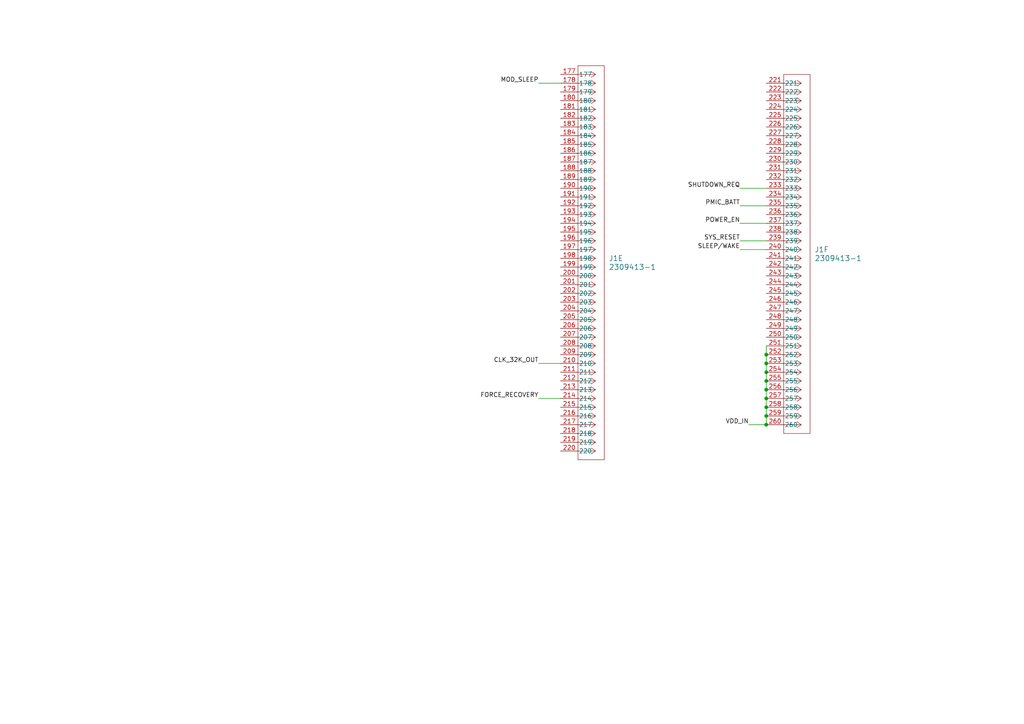
<source format=kicad_sch>
(kicad_sch (version 20231120) (generator "eeschema") (generator_version "8.0")
  (paper "A4")
  (lib_symbols
    (symbol "2309413-1:2309413-1" (pin_names (offset 0.254))
      (property "Reference" "J" (at 8.89 6.35 0))
      (property "Value" "2309413-1" (at 0 0 0))
      (symbol "2309413-1_1_1"
        (pin unspecified line (at 0 0 0) (length 5.08) (name "1") (number "1"))
        (pin unspecified line (at 0 -22.86 0) (length 5.08) (name "10") (number "10"))
        (pin unspecified line (at 0 -25.4 0) (length 5.08) (name "11") (number "11"))
        (pin unspecified line (at 0 -27.94 0) (length 5.08) (name "12") (number "12"))
        (pin unspecified line (at 0 -30.48 0) (length 5.08) (name "13") (number "13"))
        (pin unspecified line (at 0 -33.02 0) (length 5.08) (name "14") (number "14"))
        (pin unspecified line (at 0 -35.56 0) (length 5.08) (name "15") (number "15"))
        (pin unspecified line (at 0 -38.1 0) (length 5.08) (name "16") (number "16"))
        (pin unspecified line (at 0 -40.64 0) (length 5.08) (name "17") (number "17"))
        (pin unspecified line (at 0 -43.18 0) (length 5.08) (name "18") (number "18"))
        (pin unspecified line (at 0 -45.72 0) (length 5.08) (name "19") (number "19"))
        (pin unspecified line (at 0 -2.54 0) (length 5.08) (name "2") (number "2"))
        (pin unspecified line (at 0 -48.26 0) (length 5.08) (name "20") (number "20"))
        (pin unspecified line (at 0 -50.8 0) (length 5.08) (name "21") (number "21"))
        (pin unspecified line (at 0 -53.34 0) (length 5.08) (name "22") (number "22"))
        (pin unspecified line (at 0 -55.88 0) (length 5.08) (name "23") (number "23"))
        (pin unspecified line (at 0 -58.42 0) (length 5.08) (name "24") (number "24"))
        (pin unspecified line (at 0 -60.96 0) (length 5.08) (name "25") (number "25"))
        (pin unspecified line (at 0 -63.5 0) (length 5.08) (name "26") (number "26"))
        (pin unspecified line (at 0 -66.04 0) (length 5.08) (name "27") (number "27"))
        (pin unspecified line (at 0 -68.58 0) (length 5.08) (name "28") (number "28"))
        (pin unspecified line (at 0 -71.12 0) (length 5.08) (name "29") (number "29"))
        (pin unspecified line (at 0 -5.08 0) (length 5.08) (name "3") (number "3"))
        (pin unspecified line (at 0 -73.66 0) (length 5.08) (name "30") (number "30"))
        (pin unspecified line (at 0 -76.2 0) (length 5.08) (name "31") (number "31"))
        (pin unspecified line (at 0 -78.74 0) (length 5.08) (name "32") (number "32"))
        (pin unspecified line (at 0 -81.28 0) (length 5.08) (name "33") (number "33"))
        (pin unspecified line (at 0 -83.82 0) (length 5.08) (name "34") (number "34"))
        (pin unspecified line (at 0 -86.36 0) (length 5.08) (name "35") (number "35"))
        (pin unspecified line (at 0 -88.9 0) (length 5.08) (name "36") (number "36"))
        (pin unspecified line (at 0 -91.44 0) (length 5.08) (name "37") (number "37"))
        (pin unspecified line (at 0 -93.98 0) (length 5.08) (name "38") (number "38"))
        (pin unspecified line (at 0 -96.52 0) (length 5.08) (name "39") (number "39"))
        (pin unspecified line (at 0 -7.62 0) (length 5.08) (name "4") (number "4"))
        (pin unspecified line (at 0 -99.06 0) (length 5.08) (name "40") (number "40"))
        (pin unspecified line (at 0 -101.6 0) (length 5.08) (name "41") (number "41"))
        (pin unspecified line (at 0 -104.14 0) (length 5.08) (name "42") (number "42"))
        (pin unspecified line (at 0 -106.68 0) (length 5.08) (name "43") (number "43"))
        (pin unspecified line (at 0 -109.22 0) (length 5.08) (name "44") (number "44"))
        (pin unspecified line (at 0 -10.16 0) (length 5.08) (name "5") (number "5"))
        (pin unspecified line (at 0 -12.7 0) (length 5.08) (name "6") (number "6"))
        (pin unspecified line (at 0 -15.24 0) (length 5.08) (name "7") (number "7"))
        (pin unspecified line (at 0 -17.78 0) (length 5.08) (name "8") (number "8"))
        (pin unspecified line (at 0 -20.32 0) (length 5.08) (name "9") (number "9"))
      )
      (symbol "2309413-1_1_2"
        (pin unspecified line (at 0 0 0) (length 5.08) (name "1") (number "1"))
        (pin unspecified line (at 0 -22.86 0) (length 5.08) (name "10") (number "10"))
        (pin unspecified line (at 0 -25.4 0) (length 5.08) (name "11") (number "11"))
        (pin unspecified line (at 0 -27.94 0) (length 5.08) (name "12") (number "12"))
        (pin unspecified line (at 0 -30.48 0) (length 5.08) (name "13") (number "13"))
        (pin unspecified line (at 0 -33.02 0) (length 5.08) (name "14") (number "14"))
        (pin unspecified line (at 0 -35.56 0) (length 5.08) (name "15") (number "15"))
        (pin unspecified line (at 0 -38.1 0) (length 5.08) (name "16") (number "16"))
        (pin unspecified line (at 0 -40.64 0) (length 5.08) (name "17") (number "17"))
        (pin unspecified line (at 0 -43.18 0) (length 5.08) (name "18") (number "18"))
        (pin unspecified line (at 0 -45.72 0) (length 5.08) (name "19") (number "19"))
        (pin unspecified line (at 0 -2.54 0) (length 5.08) (name "2") (number "2"))
        (pin unspecified line (at 0 -48.26 0) (length 5.08) (name "20") (number "20"))
        (pin unspecified line (at 0 -50.8 0) (length 5.08) (name "21") (number "21"))
        (pin unspecified line (at 0 -53.34 0) (length 5.08) (name "22") (number "22"))
        (pin unspecified line (at 0 -55.88 0) (length 5.08) (name "23") (number "23"))
        (pin unspecified line (at 0 -58.42 0) (length 5.08) (name "24") (number "24"))
        (pin unspecified line (at 0 -60.96 0) (length 5.08) (name "25") (number "25"))
        (pin unspecified line (at 0 -63.5 0) (length 5.08) (name "26") (number "26"))
        (pin unspecified line (at 0 -66.04 0) (length 5.08) (name "27") (number "27"))
        (pin unspecified line (at 0 -68.58 0) (length 5.08) (name "28") (number "28"))
        (pin unspecified line (at 0 -71.12 0) (length 5.08) (name "29") (number "29"))
        (pin unspecified line (at 0 -5.08 0) (length 5.08) (name "3") (number "3"))
        (pin unspecified line (at 0 -73.66 0) (length 5.08) (name "30") (number "30"))
        (pin unspecified line (at 0 -76.2 0) (length 5.08) (name "31") (number "31"))
        (pin unspecified line (at 0 -78.74 0) (length 5.08) (name "32") (number "32"))
        (pin unspecified line (at 0 -81.28 0) (length 5.08) (name "33") (number "33"))
        (pin unspecified line (at 0 -83.82 0) (length 5.08) (name "34") (number "34"))
        (pin unspecified line (at 0 -86.36 0) (length 5.08) (name "35") (number "35"))
        (pin unspecified line (at 0 -88.9 0) (length 5.08) (name "36") (number "36"))
        (pin unspecified line (at 0 -91.44 0) (length 5.08) (name "37") (number "37"))
        (pin unspecified line (at 0 -93.98 0) (length 5.08) (name "38") (number "38"))
        (pin unspecified line (at 0 -96.52 0) (length 5.08) (name "39") (number "39"))
        (pin unspecified line (at 0 -7.62 0) (length 5.08) (name "4") (number "4"))
        (pin unspecified line (at 0 -99.06 0) (length 5.08) (name "40") (number "40"))
        (pin unspecified line (at 0 -101.6 0) (length 5.08) (name "41") (number "41"))
        (pin unspecified line (at 0 -104.14 0) (length 5.08) (name "42") (number "42"))
        (pin unspecified line (at 0 -106.68 0) (length 5.08) (name "43") (number "43"))
        (pin unspecified line (at 0 -109.22 0) (length 5.08) (name "44") (number "44"))
        (pin unspecified line (at 0 -10.16 0) (length 5.08) (name "5") (number "5"))
        (pin unspecified line (at 0 -12.7 0) (length 5.08) (name "6") (number "6"))
        (pin unspecified line (at 0 -15.24 0) (length 5.08) (name "7") (number "7"))
        (pin unspecified line (at 0 -17.78 0) (length 5.08) (name "8") (number "8"))
        (pin unspecified line (at 0 -20.32 0) (length 5.08) (name "9") (number "9"))
      )
      (symbol "2309413-1_2_1"
        (pin unspecified line (at 0 0 0) (length 5.08) (name "45") (number "45"))
        (pin unspecified line (at 0 -2.54 0) (length 5.08) (name "46") (number "46"))
        (pin unspecified line (at 0 -5.08 0) (length 5.08) (name "47") (number "47"))
        (pin unspecified line (at 0 -7.62 0) (length 5.08) (name "48") (number "48"))
        (pin unspecified line (at 0 -10.16 0) (length 5.08) (name "49") (number "49"))
        (pin unspecified line (at 0 -12.7 0) (length 5.08) (name "50") (number "50"))
        (pin unspecified line (at 0 -15.24 0) (length 5.08) (name "51") (number "51"))
        (pin unspecified line (at 0 -17.78 0) (length 5.08) (name "52") (number "52"))
        (pin unspecified line (at 0 -20.32 0) (length 5.08) (name "53") (number "53"))
        (pin unspecified line (at 0 -22.86 0) (length 5.08) (name "54") (number "54"))
        (pin unspecified line (at 0 -25.4 0) (length 5.08) (name "55") (number "55"))
        (pin unspecified line (at 0 -27.94 0) (length 5.08) (name "56") (number "56"))
        (pin unspecified line (at 0 -30.48 0) (length 5.08) (name "57") (number "57"))
        (pin unspecified line (at 0 -33.02 0) (length 5.08) (name "58") (number "58"))
        (pin unspecified line (at 0 -35.56 0) (length 5.08) (name "59") (number "59"))
        (pin unspecified line (at 0 -38.1 0) (length 5.08) (name "60") (number "60"))
        (pin unspecified line (at 0 -40.64 0) (length 5.08) (name "61") (number "61"))
        (pin unspecified line (at 0 -43.18 0) (length 5.08) (name "62") (number "62"))
        (pin unspecified line (at 0 -45.72 0) (length 5.08) (name "63") (number "63"))
        (pin unspecified line (at 0 -48.26 0) (length 5.08) (name "64") (number "64"))
        (pin unspecified line (at 0 -50.8 0) (length 5.08) (name "65") (number "65"))
        (pin unspecified line (at 0 -53.34 0) (length 5.08) (name "66") (number "66"))
        (pin unspecified line (at 0 -55.88 0) (length 5.08) (name "67") (number "67"))
        (pin unspecified line (at 0 -58.42 0) (length 5.08) (name "68") (number "68"))
        (pin unspecified line (at 0 -60.96 0) (length 5.08) (name "69") (number "69"))
        (pin unspecified line (at 0 -63.5 0) (length 5.08) (name "70") (number "70"))
        (pin unspecified line (at 0 -66.04 0) (length 5.08) (name "71") (number "71"))
        (pin unspecified line (at 0 -68.58 0) (length 5.08) (name "72") (number "72"))
        (pin unspecified line (at 0 -71.12 0) (length 5.08) (name "73") (number "73"))
        (pin unspecified line (at 0 -73.66 0) (length 5.08) (name "74") (number "74"))
        (pin unspecified line (at 0 -76.2 0) (length 5.08) (name "75") (number "75"))
        (pin unspecified line (at 0 -78.74 0) (length 5.08) (name "76") (number "76"))
        (pin unspecified line (at 0 -81.28 0) (length 5.08) (name "77") (number "77"))
        (pin unspecified line (at 0 -83.82 0) (length 5.08) (name "78") (number "78"))
        (pin unspecified line (at 0 -86.36 0) (length 5.08) (name "79") (number "79"))
        (pin unspecified line (at 0 -88.9 0) (length 5.08) (name "80") (number "80"))
        (pin unspecified line (at 0 -91.44 0) (length 5.08) (name "81") (number "81"))
        (pin unspecified line (at 0 -93.98 0) (length 5.08) (name "82") (number "82"))
        (pin unspecified line (at 0 -96.52 0) (length 5.08) (name "83") (number "83"))
        (pin unspecified line (at 0 -99.06 0) (length 5.08) (name "84") (number "84"))
        (pin unspecified line (at 0 -101.6 0) (length 5.08) (name "85") (number "85"))
        (pin unspecified line (at 0 -104.14 0) (length 5.08) (name "86") (number "86"))
        (pin unspecified line (at 0 -106.68 0) (length 5.08) (name "87") (number "87"))
        (pin unspecified line (at 0 -109.22 0) (length 5.08) (name "88") (number "88"))
      )
      (symbol "2309413-1_2_2"
        (pin unspecified line (at 0 0 0) (length 5.08) (name "45") (number "45"))
        (pin unspecified line (at 0 -2.54 0) (length 5.08) (name "46") (number "46"))
        (pin unspecified line (at 0 -5.08 0) (length 5.08) (name "47") (number "47"))
        (pin unspecified line (at 0 -7.62 0) (length 5.08) (name "48") (number "48"))
        (pin unspecified line (at 0 -10.16 0) (length 5.08) (name "49") (number "49"))
        (pin unspecified line (at 0 -12.7 0) (length 5.08) (name "50") (number "50"))
        (pin unspecified line (at 0 -15.24 0) (length 5.08) (name "51") (number "51"))
        (pin unspecified line (at 0 -17.78 0) (length 5.08) (name "52") (number "52"))
        (pin unspecified line (at 0 -20.32 0) (length 5.08) (name "53") (number "53"))
        (pin unspecified line (at 0 -22.86 0) (length 5.08) (name "54") (number "54"))
        (pin unspecified line (at 0 -25.4 0) (length 5.08) (name "55") (number "55"))
        (pin unspecified line (at 0 -27.94 0) (length 5.08) (name "56") (number "56"))
        (pin unspecified line (at 0 -30.48 0) (length 5.08) (name "57") (number "57"))
        (pin unspecified line (at 0 -33.02 0) (length 5.08) (name "58") (number "58"))
        (pin unspecified line (at 0 -35.56 0) (length 5.08) (name "59") (number "59"))
        (pin unspecified line (at 0 -38.1 0) (length 5.08) (name "60") (number "60"))
        (pin unspecified line (at 0 -40.64 0) (length 5.08) (name "61") (number "61"))
        (pin unspecified line (at 0 -43.18 0) (length 5.08) (name "62") (number "62"))
        (pin unspecified line (at 0 -45.72 0) (length 5.08) (name "63") (number "63"))
        (pin unspecified line (at 0 -48.26 0) (length 5.08) (name "64") (number "64"))
        (pin unspecified line (at 0 -50.8 0) (length 5.08) (name "65") (number "65"))
        (pin unspecified line (at 0 -53.34 0) (length 5.08) (name "66") (number "66"))
        (pin unspecified line (at 0 -55.88 0) (length 5.08) (name "67") (number "67"))
        (pin unspecified line (at 0 -58.42 0) (length 5.08) (name "68") (number "68"))
        (pin unspecified line (at 0 -60.96 0) (length 5.08) (name "69") (number "69"))
        (pin unspecified line (at 0 -63.5 0) (length 5.08) (name "70") (number "70"))
        (pin unspecified line (at 0 -66.04 0) (length 5.08) (name "71") (number "71"))
        (pin unspecified line (at 0 -68.58 0) (length 5.08) (name "72") (number "72"))
        (pin unspecified line (at 0 -71.12 0) (length 5.08) (name "73") (number "73"))
        (pin unspecified line (at 0 -73.66 0) (length 5.08) (name "74") (number "74"))
        (pin unspecified line (at 0 -76.2 0) (length 5.08) (name "75") (number "75"))
        (pin unspecified line (at 0 -78.74 0) (length 5.08) (name "76") (number "76"))
        (pin unspecified line (at 0 -81.28 0) (length 5.08) (name "77") (number "77"))
        (pin unspecified line (at 0 -83.82 0) (length 5.08) (name "78") (number "78"))
        (pin unspecified line (at 0 -86.36 0) (length 5.08) (name "79") (number "79"))
        (pin unspecified line (at 0 -88.9 0) (length 5.08) (name "80") (number "80"))
        (pin unspecified line (at 0 -91.44 0) (length 5.08) (name "81") (number "81"))
        (pin unspecified line (at 0 -93.98 0) (length 5.08) (name "82") (number "82"))
        (pin unspecified line (at 0 -96.52 0) (length 5.08) (name "83") (number "83"))
        (pin unspecified line (at 0 -99.06 0) (length 5.08) (name "84") (number "84"))
        (pin unspecified line (at 0 -101.6 0) (length 5.08) (name "85") (number "85"))
        (pin unspecified line (at 0 -104.14 0) (length 5.08) (name "86") (number "86"))
        (pin unspecified line (at 0 -106.68 0) (length 5.08) (name "87") (number "87"))
        (pin unspecified line (at 0 -109.22 0) (length 5.08) (name "88") (number "88"))
      )
      (symbol "2309413-1_3_1"
        (pin unspecified line (at 0 -27.94 0) (length 5.08) (name "100") (number "100"))
        (pin unspecified line (at 0 -30.48 0) (length 5.08) (name "101") (number "101"))
        (pin unspecified line (at 0 -33.02 0) (length 5.08) (name "102") (number "102"))
        (pin unspecified line (at 0 -35.56 0) (length 5.08) (name "103") (number "103"))
        (pin unspecified line (at 0 -38.1 0) (length 5.08) (name "104") (number "104"))
        (pin unspecified line (at 0 -40.64 0) (length 5.08) (name "105") (number "105"))
        (pin unspecified line (at 0 -43.18 0) (length 5.08) (name "106") (number "106"))
        (pin unspecified line (at 0 -45.72 0) (length 5.08) (name "107") (number "107"))
        (pin unspecified line (at 0 -48.26 0) (length 5.08) (name "108") (number "108"))
        (pin unspecified line (at 0 -50.8 0) (length 5.08) (name "109") (number "109"))
        (pin unspecified line (at 0 -53.34 0) (length 5.08) (name "110") (number "110"))
        (pin unspecified line (at 0 -55.88 0) (length 5.08) (name "111") (number "111"))
        (pin unspecified line (at 0 -58.42 0) (length 5.08) (name "112") (number "112"))
        (pin unspecified line (at 0 -60.96 0) (length 5.08) (name "113") (number "113"))
        (pin unspecified line (at 0 -63.5 0) (length 5.08) (name "114") (number "114"))
        (pin unspecified line (at 0 -66.04 0) (length 5.08) (name "115") (number "115"))
        (pin unspecified line (at 0 -68.58 0) (length 5.08) (name "116") (number "116"))
        (pin unspecified line (at 0 -71.12 0) (length 5.08) (name "117") (number "117"))
        (pin unspecified line (at 0 -73.66 0) (length 5.08) (name "118") (number "118"))
        (pin unspecified line (at 0 -76.2 0) (length 5.08) (name "119") (number "119"))
        (pin unspecified line (at 0 -78.74 0) (length 5.08) (name "120") (number "120"))
        (pin unspecified line (at 0 -81.28 0) (length 5.08) (name "121") (number "121"))
        (pin unspecified line (at 0 -83.82 0) (length 5.08) (name "122") (number "122"))
        (pin unspecified line (at 0 -86.36 0) (length 5.08) (name "123") (number "123"))
        (pin unspecified line (at 0 -88.9 0) (length 5.08) (name "124") (number "124"))
        (pin unspecified line (at 0 -91.44 0) (length 5.08) (name "125") (number "125"))
        (pin unspecified line (at 0 -93.98 0) (length 5.08) (name "126") (number "126"))
        (pin unspecified line (at 0 -96.52 0) (length 5.08) (name "127") (number "127"))
        (pin unspecified line (at 0 -99.06 0) (length 5.08) (name "128") (number "128"))
        (pin unspecified line (at 0 -101.6 0) (length 5.08) (name "129") (number "129"))
        (pin unspecified line (at 0 -104.14 0) (length 5.08) (name "130") (number "130"))
        (pin unspecified line (at 0 -106.68 0) (length 5.08) (name "131") (number "131"))
        (pin unspecified line (at 0 -109.22 0) (length 5.08) (name "132") (number "132"))
        (pin unspecified line (at 0 0 0) (length 5.08) (name "89") (number "89"))
        (pin unspecified line (at 0 -2.54 0) (length 5.08) (name "90") (number "90"))
        (pin unspecified line (at 0 -5.08 0) (length 5.08) (name "91") (number "91"))
        (pin unspecified line (at 0 -7.62 0) (length 5.08) (name "92") (number "92"))
        (pin unspecified line (at 0 -10.16 0) (length 5.08) (name "93") (number "93"))
        (pin unspecified line (at 0 -12.7 0) (length 5.08) (name "94") (number "94"))
        (pin unspecified line (at 0 -15.24 0) (length 5.08) (name "95") (number "95"))
        (pin unspecified line (at 0 -17.78 0) (length 5.08) (name "96") (number "96"))
        (pin unspecified line (at 0 -20.32 0) (length 5.08) (name "97") (number "97"))
        (pin unspecified line (at 0 -22.86 0) (length 5.08) (name "98") (number "98"))
        (pin unspecified line (at 0 -25.4 0) (length 5.08) (name "99") (number "99"))
      )
      (symbol "2309413-1_3_2"
        (pin unspecified line (at 0 -27.94 0) (length 5.08) (name "100") (number "100"))
        (pin unspecified line (at 0 -30.48 0) (length 5.08) (name "101") (number "101"))
        (pin unspecified line (at 0 -33.02 0) (length 5.08) (name "102") (number "102"))
        (pin unspecified line (at 0 -35.56 0) (length 5.08) (name "103") (number "103"))
        (pin unspecified line (at 0 -38.1 0) (length 5.08) (name "104") (number "104"))
        (pin unspecified line (at 0 -40.64 0) (length 5.08) (name "105") (number "105"))
        (pin unspecified line (at 0 -43.18 0) (length 5.08) (name "106") (number "106"))
        (pin unspecified line (at 0 -45.72 0) (length 5.08) (name "107") (number "107"))
        (pin unspecified line (at 0 -48.26 0) (length 5.08) (name "108") (number "108"))
        (pin unspecified line (at 0 -50.8 0) (length 5.08) (name "109") (number "109"))
        (pin unspecified line (at 0 -53.34 0) (length 5.08) (name "110") (number "110"))
        (pin unspecified line (at 0 -55.88 0) (length 5.08) (name "111") (number "111"))
        (pin unspecified line (at 0 -58.42 0) (length 5.08) (name "112") (number "112"))
        (pin unspecified line (at 0 -60.96 0) (length 5.08) (name "113") (number "113"))
        (pin unspecified line (at 0 -63.5 0) (length 5.08) (name "114") (number "114"))
        (pin unspecified line (at 0 -66.04 0) (length 5.08) (name "115") (number "115"))
        (pin unspecified line (at 0 -68.58 0) (length 5.08) (name "116") (number "116"))
        (pin unspecified line (at 0 -71.12 0) (length 5.08) (name "117") (number "117"))
        (pin unspecified line (at 0 -73.66 0) (length 5.08) (name "118") (number "118"))
        (pin unspecified line (at 0 -76.2 0) (length 5.08) (name "119") (number "119"))
        (pin unspecified line (at 0 -78.74 0) (length 5.08) (name "120") (number "120"))
        (pin unspecified line (at 0 -81.28 0) (length 5.08) (name "121") (number "121"))
        (pin unspecified line (at 0 -83.82 0) (length 5.08) (name "122") (number "122"))
        (pin unspecified line (at 0 -86.36 0) (length 5.08) (name "123") (number "123"))
        (pin unspecified line (at 0 -88.9 0) (length 5.08) (name "124") (number "124"))
        (pin unspecified line (at 0 -91.44 0) (length 5.08) (name "125") (number "125"))
        (pin unspecified line (at 0 -93.98 0) (length 5.08) (name "126") (number "126"))
        (pin unspecified line (at 0 -96.52 0) (length 5.08) (name "127") (number "127"))
        (pin unspecified line (at 0 -99.06 0) (length 5.08) (name "128") (number "128"))
        (pin unspecified line (at 0 -101.6 0) (length 5.08) (name "129") (number "129"))
        (pin unspecified line (at 0 -104.14 0) (length 5.08) (name "130") (number "130"))
        (pin unspecified line (at 0 -106.68 0) (length 5.08) (name "131") (number "131"))
        (pin unspecified line (at 0 -109.22 0) (length 5.08) (name "132") (number "132"))
        (pin unspecified line (at 0 0 0) (length 5.08) (name "89") (number "89"))
        (pin unspecified line (at 0 -2.54 0) (length 5.08) (name "90") (number "90"))
        (pin unspecified line (at 0 -5.08 0) (length 5.08) (name "91") (number "91"))
        (pin unspecified line (at 0 -7.62 0) (length 5.08) (name "92") (number "92"))
        (pin unspecified line (at 0 -10.16 0) (length 5.08) (name "93") (number "93"))
        (pin unspecified line (at 0 -12.7 0) (length 5.08) (name "94") (number "94"))
        (pin unspecified line (at 0 -15.24 0) (length 5.08) (name "95") (number "95"))
        (pin unspecified line (at 0 -17.78 0) (length 5.08) (name "96") (number "96"))
        (pin unspecified line (at 0 -20.32 0) (length 5.08) (name "97") (number "97"))
        (pin unspecified line (at 0 -22.86 0) (length 5.08) (name "98") (number "98"))
        (pin unspecified line (at 0 -25.4 0) (length 5.08) (name "99") (number "99"))
      )
      (symbol "2309413-1_4_1"
        (pin unspecified line (at 0 0 0) (length 5.08) (name "133") (number "133"))
        (pin unspecified line (at 0 -2.54 0) (length 5.08) (name "134") (number "134"))
        (pin unspecified line (at 0 -5.08 0) (length 5.08) (name "135") (number "135"))
        (pin unspecified line (at 0 -7.62 0) (length 5.08) (name "136") (number "136"))
        (pin unspecified line (at 0 -10.16 0) (length 5.08) (name "137") (number "137"))
        (pin unspecified line (at 0 -12.7 0) (length 5.08) (name "138") (number "138"))
        (pin unspecified line (at 0 -15.24 0) (length 5.08) (name "139") (number "139"))
        (pin unspecified line (at 0 -17.78 0) (length 5.08) (name "140") (number "140"))
        (pin unspecified line (at 0 -20.32 0) (length 5.08) (name "141") (number "141"))
        (pin unspecified line (at 0 -22.86 0) (length 5.08) (name "142") (number "142"))
        (pin unspecified line (at 0 -25.4 0) (length 5.08) (name "143") (number "143"))
        (pin unspecified line (at 0 -27.94 0) (length 5.08) (name "144") (number "144"))
        (pin unspecified line (at 0 -30.48 0) (length 5.08) (name "145") (number "145"))
        (pin unspecified line (at 0 -33.02 0) (length 5.08) (name "146") (number "146"))
        (pin unspecified line (at 0 -35.56 0) (length 5.08) (name "147") (number "147"))
        (pin unspecified line (at 0 -38.1 0) (length 5.08) (name "148") (number "148"))
        (pin unspecified line (at 0 -40.64 0) (length 5.08) (name "149") (number "149"))
        (pin unspecified line (at 0 -43.18 0) (length 5.08) (name "150") (number "150"))
        (pin unspecified line (at 0 -45.72 0) (length 5.08) (name "151") (number "151"))
        (pin unspecified line (at 0 -48.26 0) (length 5.08) (name "152") (number "152"))
        (pin unspecified line (at 0 -50.8 0) (length 5.08) (name "153") (number "153"))
        (pin unspecified line (at 0 -53.34 0) (length 5.08) (name "154") (number "154"))
        (pin unspecified line (at 0 -55.88 0) (length 5.08) (name "155") (number "155"))
        (pin unspecified line (at 0 -58.42 0) (length 5.08) (name "156") (number "156"))
        (pin unspecified line (at 0 -60.96 0) (length 5.08) (name "157") (number "157"))
        (pin unspecified line (at 0 -63.5 0) (length 5.08) (name "158") (number "158"))
        (pin unspecified line (at 0 -66.04 0) (length 5.08) (name "159") (number "159"))
        (pin unspecified line (at 0 -68.58 0) (length 5.08) (name "160") (number "160"))
        (pin unspecified line (at 0 -71.12 0) (length 5.08) (name "161") (number "161"))
        (pin unspecified line (at 0 -73.66 0) (length 5.08) (name "162") (number "162"))
        (pin unspecified line (at 0 -76.2 0) (length 5.08) (name "163") (number "163"))
        (pin unspecified line (at 0 -78.74 0) (length 5.08) (name "164") (number "164"))
        (pin unspecified line (at 0 -81.28 0) (length 5.08) (name "165") (number "165"))
        (pin unspecified line (at 0 -83.82 0) (length 5.08) (name "166") (number "166"))
        (pin unspecified line (at 0 -86.36 0) (length 5.08) (name "167") (number "167"))
        (pin unspecified line (at 0 -88.9 0) (length 5.08) (name "168") (number "168"))
        (pin unspecified line (at 0 -91.44 0) (length 5.08) (name "169") (number "169"))
        (pin unspecified line (at 0 -93.98 0) (length 5.08) (name "170") (number "170"))
        (pin unspecified line (at 0 -96.52 0) (length 5.08) (name "171") (number "171"))
        (pin unspecified line (at 0 -99.06 0) (length 5.08) (name "172") (number "172"))
        (pin unspecified line (at 0 -101.6 0) (length 5.08) (name "173") (number "173"))
        (pin unspecified line (at 0 -104.14 0) (length 5.08) (name "174") (number "174"))
        (pin unspecified line (at 0 -106.68 0) (length 5.08) (name "175") (number "175"))
        (pin unspecified line (at 0 -109.22 0) (length 5.08) (name "176") (number "176"))
      )
      (symbol "2309413-1_4_2"
        (pin unspecified line (at 0 0 0) (length 5.08) (name "133") (number "133"))
        (pin unspecified line (at 0 -2.54 0) (length 5.08) (name "134") (number "134"))
        (pin unspecified line (at 0 -5.08 0) (length 5.08) (name "135") (number "135"))
        (pin unspecified line (at 0 -7.62 0) (length 5.08) (name "136") (number "136"))
        (pin unspecified line (at 0 -10.16 0) (length 5.08) (name "137") (number "137"))
        (pin unspecified line (at 0 -12.7 0) (length 5.08) (name "138") (number "138"))
        (pin unspecified line (at 0 -15.24 0) (length 5.08) (name "139") (number "139"))
        (pin unspecified line (at 0 -17.78 0) (length 5.08) (name "140") (number "140"))
        (pin unspecified line (at 0 -20.32 0) (length 5.08) (name "141") (number "141"))
        (pin unspecified line (at 0 -22.86 0) (length 5.08) (name "142") (number "142"))
        (pin unspecified line (at 0 -25.4 0) (length 5.08) (name "143") (number "143"))
        (pin unspecified line (at 0 -27.94 0) (length 5.08) (name "144") (number "144"))
        (pin unspecified line (at 0 -30.48 0) (length 5.08) (name "145") (number "145"))
        (pin unspecified line (at 0 -33.02 0) (length 5.08) (name "146") (number "146"))
        (pin unspecified line (at 0 -35.56 0) (length 5.08) (name "147") (number "147"))
        (pin unspecified line (at 0 -38.1 0) (length 5.08) (name "148") (number "148"))
        (pin unspecified line (at 0 -40.64 0) (length 5.08) (name "149") (number "149"))
        (pin unspecified line (at 0 -43.18 0) (length 5.08) (name "150") (number "150"))
        (pin unspecified line (at 0 -45.72 0) (length 5.08) (name "151") (number "151"))
        (pin unspecified line (at 0 -48.26 0) (length 5.08) (name "152") (number "152"))
        (pin unspecified line (at 0 -50.8 0) (length 5.08) (name "153") (number "153"))
        (pin unspecified line (at 0 -53.34 0) (length 5.08) (name "154") (number "154"))
        (pin unspecified line (at 0 -55.88 0) (length 5.08) (name "155") (number "155"))
        (pin unspecified line (at 0 -58.42 0) (length 5.08) (name "156") (number "156"))
        (pin unspecified line (at 0 -60.96 0) (length 5.08) (name "157") (number "157"))
        (pin unspecified line (at 0 -63.5 0) (length 5.08) (name "158") (number "158"))
        (pin unspecified line (at 0 -66.04 0) (length 5.08) (name "159") (number "159"))
        (pin unspecified line (at 0 -68.58 0) (length 5.08) (name "160") (number "160"))
        (pin unspecified line (at 0 -71.12 0) (length 5.08) (name "161") (number "161"))
        (pin unspecified line (at 0 -73.66 0) (length 5.08) (name "162") (number "162"))
        (pin unspecified line (at 0 -76.2 0) (length 5.08) (name "163") (number "163"))
        (pin unspecified line (at 0 -78.74 0) (length 5.08) (name "164") (number "164"))
        (pin unspecified line (at 0 -81.28 0) (length 5.08) (name "165") (number "165"))
        (pin unspecified line (at 0 -83.82 0) (length 5.08) (name "166") (number "166"))
        (pin unspecified line (at 0 -86.36 0) (length 5.08) (name "167") (number "167"))
        (pin unspecified line (at 0 -88.9 0) (length 5.08) (name "168") (number "168"))
        (pin unspecified line (at 0 -91.44 0) (length 5.08) (name "169") (number "169"))
        (pin unspecified line (at 0 -93.98 0) (length 5.08) (name "170") (number "170"))
        (pin unspecified line (at 0 -96.52 0) (length 5.08) (name "171") (number "171"))
        (pin unspecified line (at 0 -99.06 0) (length 5.08) (name "172") (number "172"))
        (pin unspecified line (at 0 -101.6 0) (length 5.08) (name "173") (number "173"))
        (pin unspecified line (at 0 -104.14 0) (length 5.08) (name "174") (number "174"))
        (pin unspecified line (at 0 -106.68 0) (length 5.08) (name "175") (number "175"))
        (pin unspecified line (at 0 -109.22 0) (length 5.08) (name "176") (number "176"))
      )
      (symbol "2309413-1_5_1"
        (pin unspecified line (at 0 0 0) (length 5.08) (name "177") (number "177"))
        (pin unspecified line (at 0 -2.54 0) (length 5.08) (name "178") (number "178"))
        (pin unspecified line (at 0 -5.08 0) (length 5.08) (name "179") (number "179"))
        (pin unspecified line (at 0 -7.62 0) (length 5.08) (name "180") (number "180"))
        (pin unspecified line (at 0 -10.16 0) (length 5.08) (name "181") (number "181"))
        (pin unspecified line (at 0 -12.7 0) (length 5.08) (name "182") (number "182"))
        (pin unspecified line (at 0 -15.24 0) (length 5.08) (name "183") (number "183"))
        (pin unspecified line (at 0 -17.78 0) (length 5.08) (name "184") (number "184"))
        (pin unspecified line (at 0 -20.32 0) (length 5.08) (name "185") (number "185"))
        (pin unspecified line (at 0 -22.86 0) (length 5.08) (name "186") (number "186"))
        (pin unspecified line (at 0 -25.4 0) (length 5.08) (name "187") (number "187"))
        (pin unspecified line (at 0 -27.94 0) (length 5.08) (name "188") (number "188"))
        (pin unspecified line (at 0 -30.48 0) (length 5.08) (name "189") (number "189"))
        (pin unspecified line (at 0 -33.02 0) (length 5.08) (name "190") (number "190"))
        (pin unspecified line (at 0 -35.56 0) (length 5.08) (name "191") (number "191"))
        (pin unspecified line (at 0 -38.1 0) (length 5.08) (name "192") (number "192"))
        (pin unspecified line (at 0 -40.64 0) (length 5.08) (name "193") (number "193"))
        (pin unspecified line (at 0 -43.18 0) (length 5.08) (name "194") (number "194"))
        (pin unspecified line (at 0 -45.72 0) (length 5.08) (name "195") (number "195"))
        (pin unspecified line (at 0 -48.26 0) (length 5.08) (name "196") (number "196"))
        (pin unspecified line (at 0 -50.8 0) (length 5.08) (name "197") (number "197"))
        (pin unspecified line (at 0 -53.34 0) (length 5.08) (name "198") (number "198"))
        (pin unspecified line (at 0 -55.88 0) (length 5.08) (name "199") (number "199"))
        (pin unspecified line (at 0 -58.42 0) (length 5.08) (name "200") (number "200"))
        (pin unspecified line (at 0 -60.96 0) (length 5.08) (name "201") (number "201"))
        (pin unspecified line (at 0 -63.5 0) (length 5.08) (name "202") (number "202"))
        (pin unspecified line (at 0 -66.04 0) (length 5.08) (name "203") (number "203"))
        (pin unspecified line (at 0 -68.58 0) (length 5.08) (name "204") (number "204"))
        (pin unspecified line (at 0 -71.12 0) (length 5.08) (name "205") (number "205"))
        (pin unspecified line (at 0 -73.66 0) (length 5.08) (name "206") (number "206"))
        (pin unspecified line (at 0 -76.2 0) (length 5.08) (name "207") (number "207"))
        (pin unspecified line (at 0 -78.74 0) (length 5.08) (name "208") (number "208"))
        (pin unspecified line (at 0 -81.28 0) (length 5.08) (name "209") (number "209"))
        (pin unspecified line (at 0 -83.82 0) (length 5.08) (name "210") (number "210"))
        (pin unspecified line (at 0 -86.36 0) (length 5.08) (name "211") (number "211"))
        (pin unspecified line (at 0 -88.9 0) (length 5.08) (name "212") (number "212"))
        (pin unspecified line (at 0 -91.44 0) (length 5.08) (name "213") (number "213"))
        (pin unspecified line (at 0 -93.98 0) (length 5.08) (name "214") (number "214"))
        (pin unspecified line (at 0 -96.52 0) (length 5.08) (name "215") (number "215"))
        (pin unspecified line (at 0 -99.06 0) (length 5.08) (name "216") (number "216"))
        (pin unspecified line (at 0 -101.6 0) (length 5.08) (name "217") (number "217"))
        (pin unspecified line (at 0 -104.14 0) (length 5.08) (name "218") (number "218"))
        (pin unspecified line (at 0 -106.68 0) (length 5.08) (name "219") (number "219"))
        (pin unspecified line (at 0 -109.22 0) (length 5.08) (name "220") (number "220"))
      )
      (symbol "2309413-1_5_2"
        (pin unspecified line (at 0 0 0) (length 5.08) (name "177") (number "177"))
        (pin unspecified line (at 0 -2.54 0) (length 5.08) (name "178") (number "178"))
        (pin unspecified line (at 0 -5.08 0) (length 5.08) (name "179") (number "179"))
        (pin unspecified line (at 0 -7.62 0) (length 5.08) (name "180") (number "180"))
        (pin unspecified line (at 0 -10.16 0) (length 5.08) (name "181") (number "181"))
        (pin unspecified line (at 0 -12.7 0) (length 5.08) (name "182") (number "182"))
        (pin unspecified line (at 0 -15.24 0) (length 5.08) (name "183") (number "183"))
        (pin unspecified line (at 0 -17.78 0) (length 5.08) (name "184") (number "184"))
        (pin unspecified line (at 0 -20.32 0) (length 5.08) (name "185") (number "185"))
        (pin unspecified line (at 0 -22.86 0) (length 5.08) (name "186") (number "186"))
        (pin unspecified line (at 0 -25.4 0) (length 5.08) (name "187") (number "187"))
        (pin unspecified line (at 0 -27.94 0) (length 5.08) (name "188") (number "188"))
        (pin unspecified line (at 0 -30.48 0) (length 5.08) (name "189") (number "189"))
        (pin unspecified line (at 0 -33.02 0) (length 5.08) (name "190") (number "190"))
        (pin unspecified line (at 0 -35.56 0) (length 5.08) (name "191") (number "191"))
        (pin unspecified line (at 0 -38.1 0) (length 5.08) (name "192") (number "192"))
        (pin unspecified line (at 0 -40.64 0) (length 5.08) (name "193") (number "193"))
        (pin unspecified line (at 0 -43.18 0) (length 5.08) (name "194") (number "194"))
        (pin unspecified line (at 0 -45.72 0) (length 5.08) (name "195") (number "195"))
        (pin unspecified line (at 0 -48.26 0) (length 5.08) (name "196") (number "196"))
        (pin unspecified line (at 0 -50.8 0) (length 5.08) (name "197") (number "197"))
        (pin unspecified line (at 0 -53.34 0) (length 5.08) (name "198") (number "198"))
        (pin unspecified line (at 0 -55.88 0) (length 5.08) (name "199") (number "199"))
        (pin unspecified line (at 0 -58.42 0) (length 5.08) (name "200") (number "200"))
        (pin unspecified line (at 0 -60.96 0) (length 5.08) (name "201") (number "201"))
        (pin unspecified line (at 0 -63.5 0) (length 5.08) (name "202") (number "202"))
        (pin unspecified line (at 0 -66.04 0) (length 5.08) (name "203") (number "203"))
        (pin unspecified line (at 0 -68.58 0) (length 5.08) (name "204") (number "204"))
        (pin unspecified line (at 0 -71.12 0) (length 5.08) (name "205") (number "205"))
        (pin unspecified line (at 0 -73.66 0) (length 5.08) (name "206") (number "206"))
        (pin unspecified line (at 0 -76.2 0) (length 5.08) (name "207") (number "207"))
        (pin unspecified line (at 0 -78.74 0) (length 5.08) (name "208") (number "208"))
        (pin unspecified line (at 0 -81.28 0) (length 5.08) (name "209") (number "209"))
        (pin unspecified line (at 0 -83.82 0) (length 5.08) (name "210") (number "210"))
        (pin unspecified line (at 0 -86.36 0) (length 5.08) (name "211") (number "211"))
        (pin unspecified line (at 0 -88.9 0) (length 5.08) (name "212") (number "212"))
        (pin unspecified line (at 0 -91.44 0) (length 5.08) (name "213") (number "213"))
        (pin unspecified line (at 0 -93.98 0) (length 5.08) (name "214") (number "214"))
        (pin unspecified line (at 0 -96.52 0) (length 5.08) (name "215") (number "215"))
        (pin unspecified line (at 0 -99.06 0) (length 5.08) (name "216") (number "216"))
        (pin unspecified line (at 0 -101.6 0) (length 5.08) (name "217") (number "217"))
        (pin unspecified line (at 0 -104.14 0) (length 5.08) (name "218") (number "218"))
        (pin unspecified line (at 0 -106.68 0) (length 5.08) (name "219") (number "219"))
        (pin unspecified line (at 0 -109.22 0) (length 5.08) (name "220") (number "220"))
      )
      (symbol "2309413-1_6_1"
        (pin unspecified line (at 0 0 0) (length 5.08) (name "221") (number "221"))
        (pin unspecified line (at 0 -2.54 0) (length 5.08) (name "222") (number "222"))
        (pin unspecified line (at 0 -5.08 0) (length 5.08) (name "223") (number "223"))
        (pin unspecified line (at 0 -7.62 0) (length 5.08) (name "224") (number "224"))
        (pin unspecified line (at 0 -10.16 0) (length 5.08) (name "225") (number "225"))
        (pin unspecified line (at 0 -12.7 0) (length 5.08) (name "226") (number "226"))
        (pin unspecified line (at 0 -15.24 0) (length 5.08) (name "227") (number "227"))
        (pin unspecified line (at 0 -17.78 0) (length 5.08) (name "228") (number "228"))
        (pin unspecified line (at 0 -20.32 0) (length 5.08) (name "229") (number "229"))
        (pin unspecified line (at 0 -22.86 0) (length 5.08) (name "230") (number "230"))
        (pin unspecified line (at 0 -25.4 0) (length 5.08) (name "231") (number "231"))
        (pin unspecified line (at 0 -27.94 0) (length 5.08) (name "232") (number "232"))
        (pin unspecified line (at 0 -30.48 0) (length 5.08) (name "233") (number "233"))
        (pin unspecified line (at 0 -33.02 0) (length 5.08) (name "234") (number "234"))
        (pin unspecified line (at 0 -35.56 0) (length 5.08) (name "235") (number "235"))
        (pin unspecified line (at 0 -38.1 0) (length 5.08) (name "236") (number "236"))
        (pin unspecified line (at 0 -40.64 0) (length 5.08) (name "237") (number "237"))
        (pin unspecified line (at 0 -43.18 0) (length 5.08) (name "238") (number "238"))
        (pin unspecified line (at 0 -45.72 0) (length 5.08) (name "239") (number "239"))
        (pin unspecified line (at 0 -48.26 0) (length 5.08) (name "240") (number "240"))
        (pin unspecified line (at 0 -50.8 0) (length 5.08) (name "241") (number "241"))
        (pin unspecified line (at 0 -53.34 0) (length 5.08) (name "242") (number "242"))
        (pin unspecified line (at 0 -55.88 0) (length 5.08) (name "243") (number "243"))
        (pin unspecified line (at 0 -58.42 0) (length 5.08) (name "244") (number "244"))
        (pin unspecified line (at 0 -60.96 0) (length 5.08) (name "245") (number "245"))
        (pin unspecified line (at 0 -63.5 0) (length 5.08) (name "246") (number "246"))
        (pin unspecified line (at 0 -66.04 0) (length 5.08) (name "247") (number "247"))
        (pin unspecified line (at 0 -68.58 0) (length 5.08) (name "248") (number "248"))
        (pin unspecified line (at 0 -71.12 0) (length 5.08) (name "249") (number "249"))
        (pin unspecified line (at 0 -73.66 0) (length 5.08) (name "250") (number "250"))
        (pin unspecified line (at 0 -76.2 0) (length 5.08) (name "251") (number "251"))
        (pin unspecified line (at 0 -78.74 0) (length 5.08) (name "252") (number "252"))
        (pin unspecified line (at 0 -81.28 0) (length 5.08) (name "253") (number "253"))
        (pin unspecified line (at 0 -83.82 0) (length 5.08) (name "254") (number "254"))
        (pin unspecified line (at 0 -86.36 0) (length 5.08) (name "255") (number "255"))
        (pin unspecified line (at 0 -88.9 0) (length 5.08) (name "256") (number "256"))
        (pin unspecified line (at 0 -91.44 0) (length 5.08) (name "257") (number "257"))
        (pin unspecified line (at 0 -93.98 0) (length 5.08) (name "258") (number "258"))
        (pin unspecified line (at 0 -96.52 0) (length 5.08) (name "259") (number "259"))
        (pin unspecified line (at 0 -99.06 0) (length 5.08) (name "260") (number "260"))
      )
      (symbol "2309413-1_6_2"
        (pin unspecified line (at 0 0 0) (length 5.08) (name "221") (number "221"))
        (pin unspecified line (at 0 -2.54 0) (length 5.08) (name "222") (number "222"))
        (pin unspecified line (at 0 -5.08 0) (length 5.08) (name "223") (number "223"))
        (pin unspecified line (at 0 -7.62 0) (length 5.08) (name "224") (number "224"))
        (pin unspecified line (at 0 -10.16 0) (length 5.08) (name "225") (number "225"))
        (pin unspecified line (at 0 -12.7 0) (length 5.08) (name "226") (number "226"))
        (pin unspecified line (at 0 -15.24 0) (length 5.08) (name "227") (number "227"))
        (pin unspecified line (at 0 -17.78 0) (length 5.08) (name "228") (number "228"))
        (pin unspecified line (at 0 -20.32 0) (length 5.08) (name "229") (number "229"))
        (pin unspecified line (at 0 -22.86 0) (length 5.08) (name "230") (number "230"))
        (pin unspecified line (at 0 -25.4 0) (length 5.08) (name "231") (number "231"))
        (pin unspecified line (at 0 -27.94 0) (length 5.08) (name "232") (number "232"))
        (pin unspecified line (at 0 -30.48 0) (length 5.08) (name "233") (number "233"))
        (pin unspecified line (at 0 -33.02 0) (length 5.08) (name "234") (number "234"))
        (pin unspecified line (at 0 -35.56 0) (length 5.08) (name "235") (number "235"))
        (pin unspecified line (at 0 -38.1 0) (length 5.08) (name "236") (number "236"))
        (pin unspecified line (at 0 -40.64 0) (length 5.08) (name "237") (number "237"))
        (pin unspecified line (at 0 -43.18 0) (length 5.08) (name "238") (number "238"))
        (pin unspecified line (at 0 -45.72 0) (length 5.08) (name "239") (number "239"))
        (pin unspecified line (at 0 -48.26 0) (length 5.08) (name "240") (number "240"))
        (pin unspecified line (at 0 -50.8 0) (length 5.08) (name "241") (number "241"))
        (pin unspecified line (at 0 -53.34 0) (length 5.08) (name "242") (number "242"))
        (pin unspecified line (at 0 -55.88 0) (length 5.08) (name "243") (number "243"))
        (pin unspecified line (at 0 -58.42 0) (length 5.08) (name "244") (number "244"))
        (pin unspecified line (at 0 -60.96 0) (length 5.08) (name "245") (number "245"))
        (pin unspecified line (at 0 -63.5 0) (length 5.08) (name "246") (number "246"))
        (pin unspecified line (at 0 -66.04 0) (length 5.08) (name "247") (number "247"))
        (pin unspecified line (at 0 -68.58 0) (length 5.08) (name "248") (number "248"))
        (pin unspecified line (at 0 -71.12 0) (length 5.08) (name "249") (number "249"))
        (pin unspecified line (at 0 -73.66 0) (length 5.08) (name "250") (number "250"))
        (pin unspecified line (at 0 -76.2 0) (length 5.08) (name "251") (number "251"))
        (pin unspecified line (at 0 -78.74 0) (length 5.08) (name "252") (number "252"))
        (pin unspecified line (at 0 -81.28 0) (length 5.08) (name "253") (number "253"))
        (pin unspecified line (at 0 -83.82 0) (length 5.08) (name "254") (number "254"))
        (pin unspecified line (at 0 -86.36 0) (length 5.08) (name "255") (number "255"))
        (pin unspecified line (at 0 -88.9 0) (length 5.08) (name "256") (number "256"))
        (pin unspecified line (at 0 -91.44 0) (length 5.08) (name "257") (number "257"))
        (pin unspecified line (at 0 -93.98 0) (length 5.08) (name "258") (number "258"))
        (pin unspecified line (at 0 -96.52 0) (length 5.08) (name "259") (number "259"))
        (pin unspecified line (at 0 -99.06 0) (length 5.08) (name "260") (number "260"))
      )
    )
  )
  (junction (at 222.25 107.95))
  (junction (at 222.25 102.87))
  (junction (at 222.25 120.65))
  (junction (at 222.25 115.57))
  (junction (at 222.25 118.11))
  (junction (at 222.25 110.49))
  (junction (at 222.25 113.03))
  (junction (at 222.25 123.19))
  (junction (at 222.25 105.41))
  (wire (pts (xy 156.21 115.57) (xy 162.56 115.57)))
  (wire (pts (xy 222.25 102.87) (xy 222.25 105.41)))
  (wire (pts (xy 222.25 118.11) (xy 222.25 120.65)))
  (wire (pts (xy 222.25 110.49) (xy 222.25 113.03)))
  (wire (pts (xy 222.25 120.65) (xy 222.25 123.19)))
  (wire (pts (xy 222.25 113.03) (xy 222.25 115.57)))
  (wire (pts (xy 214.63 69.85) (xy 222.25 69.85)))
  (wire (pts (xy 214.63 54.61) (xy 222.25 54.61)))
  (wire (pts (xy 214.63 59.69) (xy 222.25 59.69)))
  (wire (pts (xy 222.25 100.33) (xy 222.25 102.87)))
  (wire (pts (xy 222.25 115.57) (xy 222.25 118.11)))
  (wire (pts (xy 214.63 72.39) (xy 222.25 72.39)))
  (wire (pts (xy 156.21 24.13) (xy 162.56 24.13)))
  (wire (pts (xy 214.63 64.77) (xy 222.25 64.77)))
  (wire (pts (xy 222.25 107.95) (xy 222.25 110.49)))
  (wire (pts (xy 222.25 105.41) (xy 222.25 107.95)))
  (wire (pts (xy 217.17 123.19) (xy 222.25 123.19)))
  (wire (pts (xy 156.21 105.41) (xy 162.56 105.41)))
  (label "POWER_EN" (at 214.63 64.77 180))
  (label "SLEEP{slash}WAKE" (at 214.63 72.39 180))
  (label "SHUTDOWN_REQ" (at 214.63 54.61 180))
  (label "MOD_SLEEP" (at 156.21 24.13 180))
  (label "CLK_32K_OUT" (at 156.21 105.41 180))
  (label "PMIC_BATT" (at 214.63 59.69 180))
  (label "SYS_RESET" (at 214.63 69.85 180))
  (label "VDD_IN" (at 217.17 123.19 180))
  (label "FORCE_RECOVERY" (at 156.21 115.57 180))
  (symbol (lib_id "2309413-1:2309413-1") (at 222.25 24.13 0) (unit 6)
    (property "Reference" "J1" (at 236.22 72.3899 0) (effects (font (size 1.524 1.524)) (justify left)))
    (property "Value" "2309413-1" (at 236.22 74.9299 0) (effects (font (size 1.524 1.524)) (justify left)))
    (property "Footprint" "2309413-1:CONN260_2309413-1_TEC" (effects (hide yes)))
    (property "Datasheet" "https://www.digikey.com/en/products/detail/te-connectivity-amp-connectors/2309413-1/7793540" (effects (hide yes)))
  )
  (symbol (lib_id "2309413-1:2309413-1") (at 162.56 21.59 0) (unit 5)
    (property "Reference" "J1" (at 176.53 74.9299 0) (effects (font (size 1.524 1.524)) (justify left)))
    (property "Value" "2309413-1" (at 176.53 77.4699 0) (effects (font (size 1.524 1.524)) (justify left)))
    (property "Footprint" "2309413-1:CONN260_2309413-1_TEC" (effects (hide yes)))
    (property "Datasheet" "https://www.digikey.com/en/products/detail/te-connectivity-amp-connectors/2309413-1/7793540" (effects (hide yes)))
  )
)
</source>
